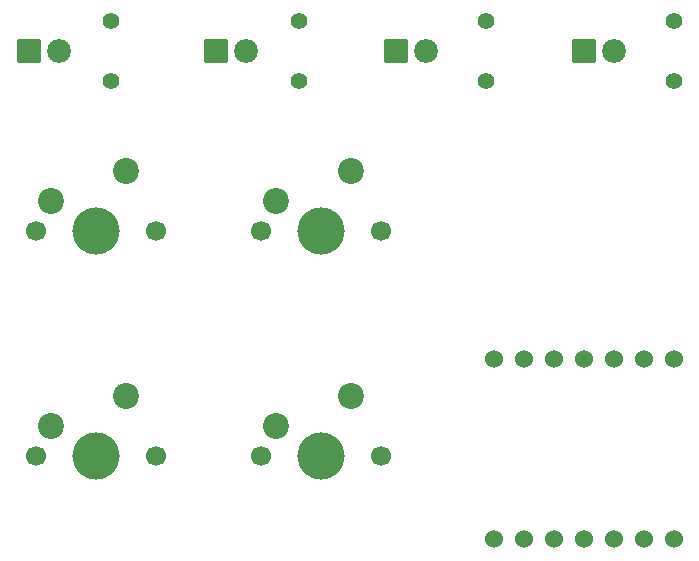
<source format=gbr>
%TF.GenerationSoftware,KiCad,Pcbnew,9.0.3*%
%TF.CreationDate,2025-07-28T00:11:01-05:00*%
%TF.ProjectId,eesa-pathfinder,65657361-2d70-4617-9468-66696e646572,rev?*%
%TF.SameCoordinates,Original*%
%TF.FileFunction,Soldermask,Bot*%
%TF.FilePolarity,Negative*%
%FSLAX46Y46*%
G04 Gerber Fmt 4.6, Leading zero omitted, Abs format (unit mm)*
G04 Created by KiCad (PCBNEW 9.0.3) date 2025-07-28 00:11:01*
%MOMM*%
%LPD*%
G01*
G04 APERTURE LIST*
G04 Aperture macros list*
%AMRoundRect*
0 Rectangle with rounded corners*
0 $1 Rounding radius*
0 $2 $3 $4 $5 $6 $7 $8 $9 X,Y pos of 4 corners*
0 Add a 4 corners polygon primitive as box body*
4,1,4,$2,$3,$4,$5,$6,$7,$8,$9,$2,$3,0*
0 Add four circle primitives for the rounded corners*
1,1,$1+$1,$2,$3*
1,1,$1+$1,$4,$5*
1,1,$1+$1,$6,$7*
1,1,$1+$1,$8,$9*
0 Add four rect primitives between the rounded corners*
20,1,$1+$1,$2,$3,$4,$5,0*
20,1,$1+$1,$4,$5,$6,$7,0*
20,1,$1+$1,$6,$7,$8,$9,0*
20,1,$1+$1,$8,$9,$2,$3,0*%
G04 Aperture macros list end*
%ADD10C,1.400000*%
%ADD11C,2.019000*%
%ADD12RoundRect,0.102000X-0.907500X-0.907500X0.907500X-0.907500X0.907500X0.907500X-0.907500X0.907500X0*%
%ADD13C,1.700000*%
%ADD14C,4.000000*%
%ADD15C,2.200000*%
%ADD16C,1.524000*%
G04 APERTURE END LIST*
D10*
%TO.C,R3*%
X131445000Y-80645000D03*
X131445000Y-85725000D03*
%TD*%
D11*
%TO.C,D4*%
X142240000Y-83185000D03*
D12*
X139700000Y-83185000D03*
%TD*%
D13*
%TO.C,SW1*%
X93345000Y-98425000D03*
D14*
X98425000Y-98425000D03*
D13*
X103505000Y-98425000D03*
D15*
X100965000Y-93345000D03*
X94615000Y-95885000D03*
%TD*%
D16*
%TO.C,U1*%
X147320000Y-109220000D03*
X144780000Y-109220000D03*
X142240000Y-109220000D03*
X139700000Y-109220000D03*
X137160000Y-109220000D03*
X134620000Y-109220000D03*
X132080000Y-109220000D03*
X132080000Y-124460000D03*
X134620000Y-124460000D03*
X137160000Y-124460000D03*
X139700000Y-124460000D03*
X142240000Y-124460000D03*
X144780000Y-124460000D03*
X147320000Y-124460000D03*
%TD*%
D11*
%TO.C,D3*%
X126365000Y-83185000D03*
D12*
X123825000Y-83185000D03*
%TD*%
D10*
%TO.C,R2*%
X115570000Y-80645000D03*
X115570000Y-85725000D03*
%TD*%
D13*
%TO.C,SW4*%
X112395000Y-117475000D03*
D14*
X117475000Y-117475000D03*
D13*
X122555000Y-117475000D03*
D15*
X120015000Y-112395000D03*
X113665000Y-114935000D03*
%TD*%
D11*
%TO.C,D1*%
X95250000Y-83185000D03*
D12*
X92710000Y-83185000D03*
%TD*%
D11*
%TO.C,D2*%
X111125000Y-83185000D03*
D12*
X108585000Y-83185000D03*
%TD*%
D10*
%TO.C,R4*%
X147320000Y-80645000D03*
X147320000Y-85725000D03*
%TD*%
%TO.C,R1*%
X99695000Y-80645000D03*
X99695000Y-85725000D03*
%TD*%
D13*
%TO.C,SW2*%
X112395000Y-98425000D03*
D14*
X117475000Y-98425000D03*
D13*
X122555000Y-98425000D03*
D15*
X120015000Y-93345000D03*
X113665000Y-95885000D03*
%TD*%
D13*
%TO.C,SW3*%
X93345000Y-117475000D03*
D14*
X98425000Y-117475000D03*
D13*
X103505000Y-117475000D03*
D15*
X100965000Y-112395000D03*
X94615000Y-114935000D03*
%TD*%
M02*

</source>
